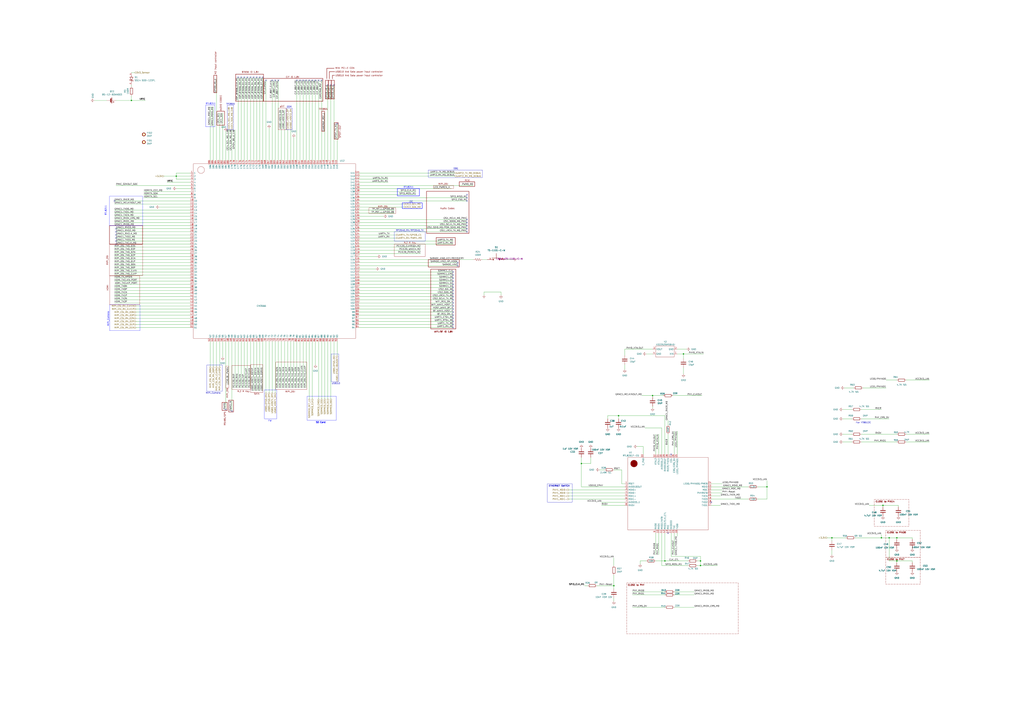
<source format=kicad_sch>
(kicad_sch (version 20231120) (generator "eeschema") (generator_version "8.0")
  (paper "A1")
  (junction (at 736.6 461.01))
  (junction (at 683.26 441.96))
  (junction (at 561.34 290.83))
  (junction (at 723.9 441.96))
  (junction (at 736.6 441.96))
  (junction (at 575.31 461.01))
  (junction (at 535.94 325.12))
  (junction (at 575.31 464.82))
  (junction (at 504.19 481.33))
  (junction (at 629.92 400.05))
  (junction (at 730.25 441.96))
  (junction (at 508 341.63))
  (junction (at 725.17 415.29))
  (junction (at 144.78 144.78))
  (junction (at 107.95 82.55))
  (junction (at 546.1 461.01))
  (junction (at 477.52 381))
  (no_connect (at 259.08 66.04))
  (no_connect (at 383.54 165.1))
  (no_connect (at 372.11 238.76))
  (no_connect (at 269.24 69.85))
  (no_connect (at 243.84 66.04))
  (no_connect (at 254 66.04))
  (no_connect (at 372.11 259.08))
  (no_connect (at 264.16 66.04))
  (no_connect (at 200.66 63.5))
  (no_connect (at 372.11 228.6))
  (no_connect (at 375.92 215.9))
  (no_connect (at 226.06 66.04))
  (no_connect (at 213.36 63.5))
  (no_connect (at 372.11 243.84))
  (no_connect (at 205.74 63.5))
  (no_connect (at 95.25 187.96))
  (no_connect (at 372.11 241.3))
  (no_connect (at 372.11 248.92))
  (no_connect (at 372.11 231.14))
  (no_connect (at 198.12 63.5))
  (no_connect (at 210.82 63.5))
  (no_connect (at 190.5 337.82))
  (no_connect (at 95.25 195.58))
  (no_connect (at 383.54 190.5))
  (no_connect (at 372.11 246.38))
  (no_connect (at 228.6 66.04))
  (no_connect (at 372.11 236.22))
  (no_connect (at 261.62 66.04))
  (no_connect (at 548.64 438.15))
  (no_connect (at 251.46 66.04))
  (no_connect (at 372.11 264.16))
  (no_connect (at 271.78 69.85))
  (no_connect (at 372.11 256.54))
  (no_connect (at 246.38 66.04))
  (no_connect (at 95.25 200.66))
  (no_connect (at 248.92 66.04))
  (no_connect (at 274.32 69.85))
  (no_connect (at 95.25 198.12))
  (no_connect (at 372.11 269.24))
  (no_connect (at 372.11 233.68))
  (no_connect (at 185.42 336.55))
  (no_connect (at 208.28 63.5))
  (no_connect (at 372.11 254))
  (no_connect (at 383.54 162.56))
  (no_connect (at 95.25 193.04))
  (no_connect (at 383.54 180.34))
  (no_connect (at 584.2 412.75))
  (no_connect (at 383.54 182.88))
  (no_connect (at 372.11 251.46))
  (no_connect (at 372.11 223.52))
  (no_connect (at 372.11 226.06))
  (no_connect (at 218.44 66.04))
  (no_connect (at 383.54 160.02))
  (no_connect (at 372.11 266.7))
  (no_connect (at 195.58 63.5))
  (no_connect (at 276.86 101.6))
  (no_connect (at 215.9 63.5))
  (no_connect (at 372.11 261.62))
  (no_connect (at 375.92 218.44))
  (no_connect (at 223.52 66.04))
  (no_connect (at 93.98 165.1))
  (no_connect (at 256.54 66.04))
  (no_connect (at 383.54 187.96))
  (no_connect (at 203.2 63.5))
  (no_connect (at 551.18 373.38))
  (no_connect (at 95.25 190.5))
  (no_connect (at 383.54 185.42))
  (wire (pts (xy 264.16 66.04) (xy 264.16 132.08)))
  (wire (pts (xy 294.64 243.84) (xy 372.11 243.84)))
  (wire (pts (xy 198.1176 63.6814) (xy 198.1176 73.66)))
  (wire (pts (xy 231.14 280.67) (xy 231.14 318.77)))
  (wire (pts (xy 561.34 307.34) (xy 561.34 302.26)))
  (wire (pts (xy 294.64 167.64) (xy 331.47 167.64)))
  (wire (pts (xy 111.76 256.54) (xy 156.21 256.54)))
  (wire (pts (xy 294.64 254) (xy 372.11 254)))
  (wire (pts (xy 95.25 198.12) (xy 156.21 198.12)))
  (wire (pts (xy 480.06 481.33) (xy 482.6 481.33)))
  (wire (pts (xy 504.19 458.47) (xy 504.19 464.82)))
  (wire (pts (xy 137.16 149.86) (xy 156.21 149.86)))
  (wire (pts (xy 226.06 322.58) (xy 226.06 280.67)))
  (wire (pts (xy 243.84 66.04) (xy 243.84 132.08)))
  (wire (pts (xy 622.3 410.21) (xy 629.92 410.21)))
  (wire (pts (xy 251.46 280.67) (xy 251.46 318.77)))
  (wire (pts (xy 494.03 412.75) (xy 513.08 412.75)))
  (wire (pts (xy 510.54 397.51) (xy 510.54 386.08)))
  (wire (pts (xy 294.64 266.7) (xy 372.11 266.7)))
  (wire (pts (xy 93.98 241.3) (xy 156.21 241.3)))
  (wire (pts (xy 584.2 407.67) (xy 591.82 407.67)))
  (wire (pts (xy 276.86 101.6) (xy 276.86 132.08)))
  (wire (pts (xy 93.98 246.38) (xy 156.21 246.38)))
  (wire (pts (xy 383.54 190.5) (xy 294.64 190.5)))
  (wire (pts (xy 205.74 318.77) (xy 205.74 280.67)))
  (wire (pts (xy 251.46 66.04) (xy 251.46 132.08)))
  (wire (pts (xy 210.8176 67.31) (xy 210.82 67.31)))
  (polyline (pts (xy 268.4536 56.1767) (xy 274.4433 56.1745)) (stroke (width 0.3048) (color 132 0 0 1)))
  (wire (pts (xy 535.94 325.12) (xy 544.83 325.12)))
  (wire (pts (xy 203.1976 63.6814) (xy 203.1976 71.12)))
  (wire (pts (xy 223.52 66.04) (xy 223.52 132.08)))
  (wire (pts (xy 490.22 481.33) (xy 504.19 481.33)))
  (wire (pts (xy 198.1176 73.66) (xy 198.12 73.66)))
  (wire (pts (xy 228.6 66.04) (xy 228.6 132.08)))
  (wire (pts (xy 529.59 351.79) (xy 543.56 351.79)))
  (wire (pts (xy 629.92 400.05) (xy 629.92 410.21)))
  (wire (pts (xy 723.9 336.55) (xy 707.39 336.55)))
  (wire (pts (xy 96.52 238.7582) (xy 96.52 238.76)))
  (wire (pts (xy 111.76 266.7) (xy 156.21 266.7)))
  (wire (pts (xy 575.31 464.82) (xy 589.28 464.82)))
  (wire (pts (xy 477.52 400.05) (xy 513.08 400.05)))
  (wire (pts (xy 736.6 441.96) (xy 749.3 441.96)))
  (wire (pts (xy 467.36 405.13) (xy 513.08 405.13)))
  (wire (pts (xy 236.22 106.68) (xy 236.22 132.08)))
  (wire (pts (xy 294.64 193.04) (xy 325.12 193.04)))
  (wire (pts (xy 591.82 415.29) (xy 584.2 415.29)))
  (wire (pts (xy 236.22 280.67) (xy 236.22 318.77)))
  (wire (pts (xy 708.66 318.77) (xy 727.71 318.77)))
  (wire (pts (xy 294.64 154.94) (xy 370.84 154.94)))
  (wire (pts (xy 485.14 381) (xy 477.52 381)))
  (wire (pts (xy 504.19 481.33) (xy 504.19 472.44)))
  (wire (pts (xy 397.51 240.03) (xy 411.48 240.03)))
  (wire (pts (xy 205.7376 63.6814) (xy 205.7376 69.85)))
  (wire (pts (xy 93.98 182.88) (xy 156.21 182.88)))
  (wire (pts (xy 269.24 69.85) (xy 269.24 132.08)))
  (wire (pts (xy 93.98 167.64) (xy 156.21 167.64)))
  (wire (pts (xy 341.63 157.48) (xy 294.64 157.48)))
  (wire (pts (xy 177.8 300.99) (xy 177.8 280.67)))
  (wire (pts (xy 528.32 373.38) (xy 528.32 367.03)))
  (wire (pts (xy 584.2 397.51) (xy 593.09 397.51)))
  (wire (pts (xy 553.72 488.95) (xy 570.23 488.95)))
  (wire (pts (xy 96.52 238.76) (xy 156.21 238.76)))
  (wire (pts (xy 730.25 441.96) (xy 736.6 441.96)))
  (wire (pts (xy 248.92 280.67) (xy 248.92 318.77)))
  (wire (pts (xy 274.32 69.85) (xy 274.32 132.08)))
  (wire (pts (xy 144.78 142.24) (xy 156.21 142.24)))
  (wire (pts (xy 274.32 280.67) (xy 274.32 292.1)))
  (wire (pts (xy 228.6 280.67) (xy 228.6 318.77)))
  (wire (pts (xy 725.17 415.29) (xy 737.87 415.29)))
  (wire (pts (xy 584.2 402.59) (xy 593.09 402.59)))
  (wire (pts (xy 93.98 203.2) (xy 156.21 203.2)))
  (wire (pts (xy 93.98 220.98) (xy 156.21 220.98)))
  (wire (pts (xy 93.98 218.44) (xy 156.21 218.44)))
  (wire (pts (xy 215.8976 64.77) (xy 215.9 64.77)))
  (wire (pts (xy 467.36 402.59) (xy 513.08 402.59)))
  (wire (pts (xy 415.29 213.36) (xy 421.64 213.36)))
  (wire (pts (xy 584.2 410.21) (xy 614.68 410.21)))
  (wire (pts (xy 95.25 190.5) (xy 156.21 190.5)))
  (wire (pts (xy 683.26 441.96) (xy 683.26 444.5)))
  (polyline (pts (xy 270.51 58.9457) (xy 274.9065 58.9457)) (stroke (width 0.3048) (color 132 0 0 1)))
  (wire (pts (xy 749.3 441.96) (xy 749.3 443.23)))
  (wire (pts (xy 679.45 441.96) (xy 683.26 441.96)))
  (wire (pts (xy 546.1 438.15) (xy 546.1 461.01)))
  (wire (pts (xy 243.84 280.67) (xy 243.84 318.77)))
  (wire (pts (xy 492.2876 386.08) (xy 496.57 386.08)))
  (wire (pts (xy 220.98 105.41) (xy 220.98 132.08)))
  (wire (pts (xy 546.1 461.01) (xy 565.15 461.01)))
  (wire (pts (xy 584.2 400.05) (xy 614.68 400.05)))
  (wire (pts (xy 736.6 461.01) (xy 749.3 461.01)))
  (wire (pts (xy 110.49 59.69) (xy 107.95 59.69)))
  (wire (pts (xy 556.26 354.33) (xy 556.26 373.38)))
  (wire (pts (xy 93.98 248.92) (xy 156.21 248.92)))
  (wire (pts (xy 543.56 464.82) (xy 565.15 464.82)))
  (wire (pts (xy 205.74 69.85) (xy 205.74 132.08)))
  (wire (pts (xy 730.25 344.17) (xy 707.39 344.17)))
  (wire (pts (xy 215.9 280.67) (xy 215.9 321.31)))
  (wire (pts (xy 513.08 287.02) (xy 535.94 287.02)))
  (wire (pts (xy 538.48 356.87) (xy 538.48 373.38)))
  (wire (pts (xy 182.88 92.71) (xy 182.88 132.08)))
  (wire (pts (xy 723.9 441.96) (xy 723.9 439.42)))
  (wire (pts (xy 397.51 242.57) (xy 397.51 240.03)))
  (wire (pts (xy 519.43 486.41) (xy 546.1 486.41)))
  (wire (pts (xy 93.98 175.26) (xy 156.21 175.26)))
  (wire (pts (xy 294.64 220.98) (xy 308.61 220.98)))
  (wire (pts (xy 193.04 318.77) (xy 193.04 280.67)))
  (wire (pts (xy 467.36 410.21) (xy 513.08 410.21)))
  (wire (pts (xy 535.94 335.28) (xy 535.94 334.01)))
  (wire (pts (xy 77.47 82.55) (xy 87.63 82.55)))
  (wire (pts (xy 294.64 213.36) (xy 388.62 213.36)))
  (wire (pts (xy 118.11 160.02) (xy 156.21 160.02)))
  (wire (pts (xy 543.56 438.15) (xy 543.56 464.82)))
  (wire (pts (xy 172.72 300.99) (xy 172.72 280.67)))
  (wire (pts (xy 93.98 177.8) (xy 156.21 177.8)))
  (wire (pts (xy 223.52 322.58) (xy 223.52 280.67)))
  (wire (pts (xy 572.77 461.01) (xy 575.31 461.01)))
  (wire (pts (xy 203.1976 71.12) (xy 203.2 71.12)))
  (wire (pts (xy 294.64 185.42) (xy 383.54 185.42)))
  (wire (pts (xy 261.62 66.04) (xy 261.62 132.08)))
  (wire (pts (xy 111.76 269.24) (xy 156.21 269.24)))
  (wire (pts (xy 530.86 290.83) (xy 535.94 290.83)))
  (wire (pts (xy 683.26 452.12) (xy 683.26 455.93)))
  (wire (pts (xy 269.24 280.67) (xy 269.24 327.66)))
  (wire (pts (xy 93.98 238.76) (xy 95.25 238.76)))
  (wire (pts (xy 294.64 236.22) (xy 372.11 236.22)))
  (wire (pts (xy 294.64 200.66) (xy 372.11 200.66)))
  (wire (pts (xy 254 280.67) (xy 254 327.66)))
  (wire (pts (xy 93.98 236.22) (xy 156.21 236.22)))
  (wire (pts (xy 246.38 66.04) (xy 246.38 132.08)))
  (wire (pts (xy 226.06 66.04) (xy 226.06 132.08)))
  (wire (pts (xy 477.52 400.05) (xy 477.52 381)))
  (wire (pts (xy 727.71 312.42) (xy 736.6 312.42)))
  (wire (pts (xy 93.98 180.34) (xy 156.21 180.34)))
  (wire (pts (xy 187.96 106.68) (xy 187.96 132.08)))
  (wire (pts (xy 294.64 177.8) (xy 314.96 177.8)))
  (wire (pts (xy 499.11 341.63) (xy 499.11 344.17)))
  (wire (pts (xy 538.48 461.01) (xy 546.1 461.01)))
  (wire (pts (xy 702.31 441.96) (xy 723.9 441.96)))
  (wire (pts (xy 294.64 210.82) (xy 309.88 210.82)))
  (wire (pts (xy 259.08 66.04) (xy 259.08 132.08)))
  (wire (pts (xy 144.78 147.32) (xy 156.21 147.32)))
  (wire (pts (xy 622.3 400.05) (xy 629.92 400.05)))
  (wire (pts (xy 111.76 261.62) (xy 156.21 261.62)))
  (wire (pts (xy 294.64 172.72) (xy 323.85 172.72)))
  (polyline (pts (xy 270.51 64.77) (xy 270.51 58.9457)) (stroke (width 0.3048) (color 132 0 0 1)))
  (wire (pts (xy 713.74 415.29) (xy 725.17 415.29)))
  (wire (pts (xy 504.19 481.33) (xy 504.19 483.87)))
  (wire (pts (xy 182.88 280.67) (xy 182.88 293.37)))
  (wire (pts (xy 504.19 491.49) (xy 504.19 494.03)))
  (wire (pts (xy 556.26 440.69) (xy 556.26 438.15)))
  (wire (pts (xy 513.08 292.1) (xy 513.08 287.02)))
  (wire (pts (xy 130.81 170.18) (xy 156.21 170.18)))
  (wire (pts (xy 180.34 92.71) (xy 180.34 132.08)))
  (wire (pts (xy 494.03 415.29) (xy 513.08 415.29)))
  (wire (pts (xy 187.96 280.67) (xy 187.96 316.23)))
  (wire (pts (xy 213.36 280.67) (xy 213.36 321.31)))
  (wire (pts (xy 692.15 344.17) (xy 699.77 344.17)))
  (wire (pts (xy 548.64 356.87) (xy 548.64 373.38)))
  (wire (pts (xy 513.08 397.51) (xy 510.54 397.51)))
  (wire (pts (xy 95.25 187.96) (xy 156.21 187.96)))
  (wire (pts (xy 208.2776 68.58) (xy 208.28 68.58)))
  (wire (pts (xy 271.78 69.85) (xy 271.78 132.08)))
  (wire (pts (xy 93.98 223.52) (xy 156.21 223.52)))
  (wire (pts (xy 195.58 318.77) (xy 195.58 280.67)))
  (wire (pts (xy 93.98 231.14) (xy 156.21 231.14)))
  (wire (pts (xy 119.38 82.55) (xy 107.95 82.55)))
  (wire (pts (xy 723.9 441.96) (xy 730.25 441.96)))
  (wire (pts (xy 111.76 251.46) (xy 156.21 251.46)))
  (wire (pts (xy 256.54 66.04) (xy 256.54 132.08)))
  (wire (pts (xy 525.78 463.55) (xy 525.78 461.01)))
  (wire (pts (xy 95.25 238.76) (xy 96.52 238.7582)))
  (wire (pts (xy 93.98 226.06) (xy 156.21 226.06)))
  (wire (pts (xy 208.2776 63.6814) (xy 208.2776 68.58)))
  (wire (pts (xy 553.72 486.41) (xy 570.23 486.41)))
  (wire (pts (xy 261.62 280.67) (xy 261.62 327.66)))
  (wire (pts (xy 100.33 233.68) (xy 156.21 233.68)))
  (wire (pts (xy 553.72 354.33) (xy 553.72 373.38)))
  (wire (pts (xy 294.64 251.46) (xy 372.11 251.46)))
  (wire (pts (xy 736.6 441.96) (xy 736.6 443.23)))
  (polyline (pts (xy 273.05 64.77) (xy 273.05 61.9688)) (stroke (width 0.3048) (color 132 0 0 1)))
  (wire (pts (xy 144.78 154.94) (xy 156.21 154.94)))
  (wire (pts (xy 233.68 280.67) (xy 233.68 318.77)))
  (wire (pts (xy 111.76 259.08) (xy 156.21 259.08)))
  (wire (pts (xy 208.28 68.58) (xy 208.28 132.08)))
  (wire (pts (xy 629.92 394.97) (xy 629.92 400.05)))
  (wire (pts (xy 749.3 461.01) (xy 749.3 462.28)))
  (wire (pts (xy 172.72 87.63) (xy 172.72 132.08)))
  (wire (pts (xy 118.11 157.48) (xy 156.21 157.48)))
  (wire (pts (xy 763.27 363.22) (xy 744.22 363.22)))
  (wire (pts (xy 575.31 461.01) (xy 575.31 464.82)))
  (wire (pts (xy 241.3 280.67) (xy 241.3 318.77)))
  (wire (pts (xy 294.64 233.68) (xy 372.11 233.68)))
  (wire (pts (xy 523.24 367.03) (xy 528.32 367.03)))
  (wire (pts (xy 294.64 238.76) (xy 372.11 238.76)))
  (wire (pts (xy 256.54 280.67) (xy 256.54 327.66)))
  (wire (pts (xy 238.76 106.68) (xy 238.76 132.08)))
  (wire (pts (xy 499.11 341.63) (xy 508 341.63)))
  (wire (pts (xy 294.64 152.4) (xy 388.62 152.4)))
  (wire (pts (xy 185.42 280.67) (xy 185.42 336.55)))
  (wire (pts (xy 144.78 144.78) (xy 144.78 147.32)))
  (wire (pts (xy 93.98 210.82) (xy 156.21 210.82)))
  (wire (pts (xy 294.64 180.34) (xy 383.54 180.34)))
  (polyline (pts (xy 268.4557 64.6783) (xy 268.4536 56.1767)) (stroke (width 0.3048) (color 132 0 0 1)))
  (wire (pts (xy 345.44 205.74) (xy 294.64 205.74)))
  (wire (pts (xy 725.17 415.29) (xy 725.17 416.56)))
  (wire (pts (xy 200.6576 72.39) (xy 200.66 72.39)))
  (wire (pts (xy 93.98 213.36) (xy 156.21 213.36)))
  (wire (pts (xy 693.42 318.77) (xy 701.04 318.77)))
  (wire (pts (xy 175.26 300.99) (xy 175.26 280.67)))
  (wire (pts (xy 707.39 356.87) (xy 736.6 356.87)))
  (wire (pts (xy 692.15 363.22) (xy 699.77 363.22)))
  (wire (pts (xy 246.38 280.67) (xy 246.38 318.77)))
  (wire (pts (xy 185.42 107.95) (xy 185.42 132.08)))
  (wire (pts (xy 276.86 292.1) (xy 276.86 280.67)))
  (wire (pts (xy 175.26 87.63) (xy 175.26 132.08)))
  (wire (pts (xy 144.78 144.78) (xy 144.78 142.24)))
  (wire (pts (xy 95.25 152.4) (xy 156.21 152.4)))
  (wire (pts (xy 510.54 386.08) (xy 504.19 386.08)))
  (wire (pts (xy 241.3 113.03) (xy 241.3 132.08)))
  (wire (pts (xy 266.7 92.71) (xy 266.7 132.08)))
  (wire (pts (xy 294.64 175.26) (xy 323.85 175.26)))
  (wire (pts (xy 730.25 461.01) (xy 736.6 461.01)))
  (wire (pts (xy 259.08 280.67) (xy 259.08 299.72)))
  (wire (pts (xy 215.9 64.77) (xy 215.9 132.08)))
  (wire (pts (xy 190.5 280.67) (xy 190.5 337.82)))
  (wire (pts (xy 345.44 203.2) (xy 294.64 203.2)))
  (wire (pts (xy 527.05 325.12) (xy 535.94 325.12)))
  (wire (pts (xy 692.15 356.87) (xy 699.77 356.87)))
  (wire (pts (xy 553.72 499.11) (xy 570.23 499.11)))
  (wire (pts (xy 180.34 300.99) (xy 180.34 280.67)))
  (wire (pts (xy 266.7 280.67) (xy 266.7 327.66)))
  (wire (pts (xy 205.7376 69.85) (xy 205.74 69.85)))
  (wire (pts (xy 513.08 303.53) (xy 513.08 299.72)))
  (wire (pts (xy 396.24 213.36) (xy 400.05 213.36)))
  (wire (pts (xy 233.68 90.17) (xy 233.68 132.08)))
  (wire (pts (xy 93.98 165.1) (xy 156.21 165.1)))
  (wire (pts (xy 195.58 63.5) (xy 195.58 132.08)))
  (wire (pts (xy 294.64 198.12) (xy 372.11 198.12)))
  (wire (pts (xy 763.27 356.87) (xy 744.22 356.87)))
  (wire (pts (xy 294.64 256.54) (xy 372.11 256.54)))
  (wire (pts (xy 203.2 318.77) (xy 203.2 280.67)))
  (wire (pts (xy 294.64 195.58) (xy 325.12 195.58)))
  (wire (pts (xy 111.76 254) (xy 156.21 254)))
  (wire (pts (xy 220.98 322.58) (xy 220.98 280.67)))
  (wire (pts (xy 576.58 325.12) (xy 552.45 325.12)))
  (wire (pts (xy 519.43 488.95) (xy 546.1 488.95)))
  (wire (pts (xy 210.82 67.31) (xy 210.82 132.08)))
  (wire (pts (xy 318.77 149.86) (xy 294.64 149.86)))
  (wire (pts (xy 215.8976 63.6814) (xy 215.8976 64.77)))
  (wire (pts (xy 294.64 226.06) (xy 372.11 226.06)))
  (wire (pts (xy 93.98 228.6) (xy 156.21 228.6)))
  (wire (pts (xy 707.39 363.22) (xy 736.6 363.22)))
  (wire (pts (xy 95.25 193.04) (xy 156.21 193.04)))
  (wire (pts (xy 118.11 162.56) (xy 156.21 162.56)))
  (wire (pts (xy 692.15 336.55) (xy 699.77 336.55)))
  (wire (pts (xy 294.64 241.3) (xy 372.11 241.3)))
  (wire (pts (xy 563.88 287.02) (xy 556.26 287.02)))
  (wire (pts (xy 218.44 66.04) (xy 218.44 132.08)))
  (wire (pts (xy 548.64 345.44) (xy 548.64 349.25)))
  (wire (pts (xy 107.95 71.12) (xy 107.95 69.85)))
  (wire (pts (xy 198.12 318.77) (xy 198.12 280.67)))
  (wire (pts (xy 134.62 144.78) (xy 144.78 144.78)))
  (wire (pts (xy 737.87 415.29) (xy 737.87 416.56)))
  (wire (pts (xy 551.18 457.2) (xy 575.31 457.2)))
  (wire (pts (xy 744.22 312.42) (xy 763.27 312.42)))
  (wire (pts (xy 294.64 228.6) (xy 372.11 228.6)))
  (wire (pts (xy 561.34 290.83) (xy 556.26 290.83)))
  (wire (pts (xy 345.44 208.28) (xy 294.64 208.28)))
  (wire (pts (xy 294.64 246.38) (xy 372.11 246.38)))
  (wire (pts (xy 525.78 461.01) (xy 530.86 461.01)))
  (wire (pts (xy 411.48 240.03) (xy 411.48 242.57)))
  (wire (pts (xy 294.64 182.88) (xy 383.54 182.88)))
  (wire (pts (xy 93.98 215.9) (xy 156.21 215.9)))
  (wire (pts (xy 294.64 264.16) (xy 372.11 264.16)))
  (wire (pts (xy 584.2 405.13) (xy 593.09 405.13)))
  (wire (pts (xy 294.64 187.96) (xy 383.54 187.96)))
  (wire (pts (xy 383.54 162.56) (xy 294.64 162.56)))
  (wire (pts (xy 553.72 438.15) (xy 553.72 455.93)))
  (wire (pts (xy 198.12 73.66) (xy 198.12 132.08)))
  (wire (pts (xy 294.64 269.24) (xy 372.11 269.24)))
  (wire (pts (xy 730.25 441.96) (xy 730.25 461.01)))
  (wire (pts (xy 736.6 461.01) (xy 736.6 462.28)))
  (wire (pts (xy 543.56 351.79) (xy 543.56 373.38)))
  (wire (pts (xy 95.25 82.55) (xy 107.95 82.55)))
  (wire (pts (xy 683.26 441.96) (xy 694.69 441.96)))
  (wire (pts (xy 107.95 82.55) (xy 107.95 78.74)))
  (wire (pts (xy 538.48 438.15) (xy 538.48 455.93)))
  (wire (pts (xy 318.77 147.32) (xy 294.64 147.32)))
  (wire (pts (xy 561.34 290.83) (xy 577.85 290.83)))
  (wire (pts (xy 508 341.63) (xy 508 344.17)))
  (wire (pts (xy 271.78 280.67) (xy 271.78 327.66)))
  (wire (pts (xy 144.78 144.78) (xy 156.21 144.78)))
  (wire (pts (xy 575.31 457.2) (xy 575.31 461.01)))
  (wire (pts (xy 294.64 223.52) (xy 372.11 223.52)))
  (wire (pts (xy 535.94 325.12) (xy 535.94 326.39)))
  (wire (pts (xy 294.64 144.78) (xy 373.38 144.78)))
  (wire (pts (xy 213.36 63.5) (xy 213.36 132.08)))
  (wire (pts (xy 294.64 215.9) (xy 375.92 215.9)))
  (wire (pts (xy 111.76 264.16) (xy 156.21 264.16)))
  (wire (pts (xy 93.98 243.84) (xy 156.21 243.84)))
  (wire (pts (xy 210.8176 63.6814) (xy 210.8176 67.31)))
  (wire (pts (xy 467.36 407.67) (xy 513.08 407.67)))
  (wire (pts (xy 218.44 322.58) (xy 218.44 280.67)))
  (wire (pts (xy 93.98 208.28) (xy 156.21 208.28)))
  (wire (pts (xy 231.14 90.17) (xy 231.14 132.08)))
  (wire (pts (xy 341.63 160.02) (xy 294.64 160.02)))
  (wire (pts (xy 95.25 195.58) (xy 156.21 195.58)))
  (wire (pts (xy 383.54 165.1) (xy 294.64 165.1)))
  (wire (pts (xy 572.77 464.82) (xy 575.31 464.82)))
  (wire (pts (xy 294.64 142.24) (xy 373.38 142.24)))
  (wire (pts (xy 508 341.63) (xy 546.1 341.63)))
  (wire (pts (xy 541.02 356.87) (xy 541.02 373.38)))
  (wire (pts (xy 94.1694 233.6818) (xy 100.33 233.68)))
  (wire (pts (xy 210.82 280.67) (xy 210.82 321.31)))
  (wire (pts (xy 264.16 280.67) (xy 264.16 327.66)))
  (wire (pts (xy 294.64 231.14) (xy 372.11 231.14)))
  (wire (pts (xy 561.34 294.64) (xy 561.34 290.83)))
  (wire (pts (xy 190.5 106.68) (xy 190.5 132.08)))
  (polyline (pts (xy 273.05 61.9688) (xy 274.8259 61.9688)) (stroke (width 0.3048) (color 132 0 0 1)))
  (wire (pts (xy 519.43 499.11) (xy 546.1 499.11)))
  (wire (pts (xy 177.8 64.77) (xy 177.8 132.08)))
  (wire (pts (xy 248.92 66.04) (xy 248.92 132.08)))
  (wire (pts (xy 93.98 172.72) (xy 156.21 172.72)))
  (wire (pts (xy 203.2 71.12) (xy 203.2 132.08)))
  (wire (pts (xy 551.18 438.15) (xy 551.18 457.2)))
  (wire (pts (xy 95.25 200.66) (xy 156.21 200.66)))
  (wire (pts (xy 477.52 381) (xy 477.52 375.92)))
  (wire (pts (xy 200.66 72.39) (xy 200.66 132.08)))
  (wire (pts (xy 200.66 318.77) (xy 200.66 280.67)))
  (wire (pts (xy 294.64 170.18) (xy 331.47 170.18)))
  (wire (pts (xy 294.64 248.92) (xy 372.11 248.92)))
  (wire (pts (xy 254 66.04) (xy 254 132.08)))
  (wire (pts (xy 200.6576 63.6814) (xy 200.6576 72.39)))
  (wire (pts (xy 238.76 280.67) (xy 238.76 318.77)))
  (wire (pts (xy 485.14 375.92) (xy 485.14 381)))
  (wire (pts (xy 208.28 280.67) (xy 208.28 321.31)))
  (wire (pts (xy 294.64 261.62) (xy 372.11 261.62)))
  (wire (pts (xy 193.04 106.68) (xy 193.04 132.08)))
  (wire (pts (xy 294.64 259.08) (xy 372.11 259.08)))
  (wire (pts (xy 294.64 218.44) (xy 375.92 218.44)))
  (wire (pts (xy 93.98 185.42) (xy 156.21 185.42)))
  (wire (pts (xy 93.98 205.74) (xy 156.21 205.74)))
  (wire (pts (xy 546.1 341.63) (xy 546.1 373.38)))
  (wire (pts (xy 541.02 438.15) (xy 541.02 455.93)))
  (rectangle (start 185.42 300.99) (end 187.96 318.77) (stroke (width 0) (color 132 0 0 1)))
  (rectangle (start 323.85 190.5) (end 349.25 198.12))
  (rectangle (start 264.2406 91.44) (end 266.5266 107.95) (stroke (width 0.3048) (color 132 0 0 1)))
  (rectangle (start 90.0468 226.6787) (end 114.7389 250.4558) (stroke (width 0) (color 132 0 0 1)))
  (rectangle (start 191.77 332.74) (end 191.77 332.74))
  (rectangle (start 217.17 320.3469) (end 227.33 344.17) (stroke (width 0) (color 0 0 255 1)))
  (rectangle (start 182.3829 330.6796) (end 186.69 337.2836) (stroke (width 0.3048) (color 132 0 0 1)))
  (rectangle (start 269.7136 66.0423) (end 272.0735 81.28) (stroke (width 0.3048) (color 132 0 0 1)))
  (rectangle (start 330.3899 166.6895) (end 346.71 171.355) (stroke (width 0.3048) (color 0 0 255 1)))
  (rectangle (start 323.85 200.66) (end 349.25 210.82) (stroke (width 0) (color 132 0 0 1)))
  (rectangle (start 274.4938 100.9036) (end 277.7958 114.3) (stroke (width 0.3048) (color 132 0 0 1)))
  (rectangle (start 186.69 86.36) (end 191.77 106.68))
  (rectangle (start 168.91 86.36) (end 176.53 104.14) (stroke (width 0) (color 0 0 255 1)))
  (rectangle (start 169.8744 299.9582) (end 182.5744 321.5482))
  (rectangle (start 377.1834 149.418) (end 389.89 153.228) (stroke (width 0.3048) (color 132 0 0 1)))
  (rectangle (start 89.9885 250.3923) (end 114.9765 271.78) (stroke (width 0) (color 0 0 255 1)))
  (rectangle (start 351.79 139.7) (end 396.24 145.8695))
  (rectangle (start 303.0133 170.8043) (end 325.12 175.4698) (stroke (width 0) (color 132 0 0 1)))
  (rectangle (start 216.405 64.4536) (end 265.1887 83.2496) (stroke (width 0.3048) (color 132 0 0 1)))
  (rectangle (start 226.5064 297.6678) (end 252.1018 320.0198) (stroke (width 0) (color 132 0 0 1)))
  (rectangle (start 353.822 221.234) (end 374.396 270.256) (stroke (width 0.3048) (color 132 0 0 1)))
  (rectangle (start 234.95 88.9) (end 240.03 106.68))
  (rectangle (start 267.2494 66.04) (end 269.6897 81.28) (stroke (width 0.3048) (color 132 0 0 1)))
  (rectangle (start 187.7697 328.93) (end 191.77 338.517) (stroke (width 0.3048) (color 132 0 0 1)))
  (rectangle (start 356.0264 152.4) (end 372.4721 154.94) (stroke (width 0) (color 132 0 0 1)))
  (rectangle (start 89.9249 201.067) (end 117.0884 226.5855) (stroke (width 0) (color 132 0 0 1)))
  (rectangle (start 351.79 213.36) (end 377.19 219.4779) (stroke (width 0.3048) (color 132 0 0 1)))
  (rectangle (start 89.9273 185.4101) (end 117.1053 200.66) (stroke (width 0.3048) (color 132 0 0 1)))
  (rectangle (start 358.193 195.2782) (end 373.913 201.3961) (stroke (width 0.3048) (color 132 0 0 1)))
  (rectangle (start 193.5456 60.96) (end 216.4056 83.2625) (stroke (width 0.3048) (color 132 0 0 1)))
  (rectangle (start 350.2808 157.2433) (end 385.1674 191.77) (stroke (width 0.3048) (color 132 0 0 1)))
  (rectangle (start 190.5029 300.2878) (end 205.7429 320.04) (stroke (width 0) (color 132 0 0 1)))
  (rectangle (start 205.74 299.72) (end 215.9 322.58) (stroke (width 0) (color 132 0 0 1)))
  (rectangle (start 89.916 161.29) (end 117.094 185.42) (stroke (width 0) (color 0 0 255 1)))
  (rectangle (start 272.1234 66.04) (end 274.6634 81.28) (stroke (width 0.3048) (color 132 0 0 1)))
  (rectangle (start 175.6079 61.8174) (end 178.0667 76.2037) (stroke (width 0.3048) (color 132 0 0 1)))
  (rectangle (start 252.1577 325.6741) (end 276.2234 345.3702) (stroke (width 0) (color 0 0 255 1)))
  (rectangle (start 228.6 88.9) (end 234.95 106.68) (stroke (width 0) (color 132 0 0 1)))
  (rectangle (start 272.0591 290.83) (end 278.13 313.69))
  (rectangle (start 178.1026 91.44) (end 184.429 102.87) (stroke (width 0.3048) (color 132 0 0 1)))
  (rectangle (start 326.39 154.94) (end 344.4734 160.9879) (stroke (width 0.3048) (color 0 0 255 1)))
  (text_box "CLOSE to PIN30\n\n" (at 727.456 435.864 0) (size 28.448 22.098) (stroke (width 0) (type dash) (color 132 0 0 1)) (effects (font (size 1.27 1.27) (thickness 0.254) (bold yes)) (justify left top)))
  (text_box "CLOSE to PHY\n\n\n\n\n" (at 514.604 479.044 0) (size 91.694 41.91) (stroke (width 0) (type dash) (color 132 0 0 1)) (effects (font (size 1.27 1.27) (thickness 0.254) (bold yes)) (justify left top)))
  (text_box "CLOSE to PIN7\n\n\n" (at 727.456 457.962 0) (size 28.448 22.098) (stroke (width 0) (type dash) (color 132 0 0 1)) (effects (font (size 1.27 1.27) (thickness 0.254) (bold yes)) (justify left top)))
  (text_box "CLOSE to PIN14\n\n\n" (at 718.058 410.464 0) (size 28.448 22.098) (stroke (width 0) (type dash) (color 132 0 0 1)) (effects (font (size 1.27 1.27) (thickness 0.254) (bold yes)) (justify left top)))
  (text_box "ETHERNET SWITCH\n" (at 449.58 397.51 0) (size 20.32 15.24) (effects (font (size 1.27 1.27) (bold yes)) (justify left top)))
  (text "PCIE\n" (at 383.794 148.59 0) (effects (font (size 1.27 1.27))))
  (text "MIPI_Camera\n" (at 88.9 262.128 90) (effects (font (size 1.27 1.27))))
  (text "WIFI/BT IO 1.8V\n" (at 364.236 272.796 0) (effects (font (size 1.27 1.27) (thickness 0.254) (bold yes))))
  (text "RTL8211" (at 335.534 153.924 0) (effects (font (size 1.27 1.27))))
  (text "TP2855\n\n" (at 189.23 86.614 0) (effects (font (size 1.27 1.27))))
  (text "M.2 M Key" (at 336.55 199.644 0) (effects (font (size 1.27 1.27))))
  (text "CIF IO 1.8V\n" (at 240.284 63.5 0) (effects (font (size 1.27 1.27))))
  (text "RTL8211\n" (at 172.974 85.344 0) (effects (font (size 1.27 1.27))))
  (text "RP2040_RX/RP2040_TX\n" (at 336.55 189.484 0) (effects (font (size 1.27 1.27))))
  (text "BT656 IO 1.8V" (at 205.486 59.436 0) (effects (font (size 1.27 1.27))))
  (text "MIPI_DSI" (at 186.69 323.088 90) (effects (font (size 1.27 1.27))))
  (text "SATA" (at 210.82 323.85 0) (effects (font (size 1.27 1.27))))
  (text "USB3.0 And Sata power input controller\n\n" (at 294.894 63.246 0) (effects (font (size 1.27 1.27))))
  (text "AUDIO CODEC" (at 181.356 84.836 90) (effects (font (size 1.27 1.27))))
  (text "MIPI_DSI\n" (at 88.138 213.868 90) (effects (font (size 1.27 1.27))))
  (text "USB2.0 And Sata power input controller\n\n" (at 294.894 60.198 0) (effects (font (size 1.27 1.27))))
  (text "SD Card" (at 263.398 347.218 0) (effects (font (size 1.27 1.27) (thickness 0.254) (bold yes))))
  (text "RTL8211\n" (at 86.868 172.974 90) (effects (font (size 1.27 1.27))))
  (text "MIPI_DSI\n" (at 238.252 322.072 0) (effects (font (size 1.27 1.27))))
  (text "Audio Codec " (at 368.046 171.45 0) (effects (font (size 1.27 1.27))))
  (text "DBG\n" (at 374.396 138.684 0) (effects (font (size 1.27 1.27))))
  (text "TP2855\n" (at 265.43 89.916 0) (effects (font (size 1.27 1.27))))
  (text "RS485/GPS\n" (at 184.658 344.17 90) (effects (font (size 1.27 1.27))))
  (text "MINI PCI-E CON\n" (at 283.21 56.134 0) (effects (font (size 1.27 1.27))))
  (text "MIPI_DSI\n" (at 363.982 151.384 0) (effects (font (size 1.27 1.27))))
  (text "M.2 M Key" (at 199.898 321.818 0) (effects (font (size 1.27 1.27))))
  (text "I2C\n" (at 337.566 165.862 0) (effects (font (size 1.27 1.27))))
  (text "HDMI\n" (at 88.392 236.728 90) (effects (font (size 1.27 1.27))))
  (text "For YT8512C" (at 709.168 347.472 0) (effects (font (size 1.27 1.27))))
  (text "SPDIF-OUT\n" (at 279.146 108.204 90) (effects (font (size 1.27 1.27))))
  (text "WİFİ\n" (at 231.648 87.884 0) (effects (font (size 1.27 1.27))))
  (text "USB3.0" (at 275.844 315.214 0) (effects (font (size 1.27 1.27))))
  (text "M2 input controller\n\n" (at 178.054 51.816 90) (effects (font (size 1.27 1.27))))
  (text "MIPI_Camera\n" (at 175.006 323.088 0) (effects (font (size 1.27 1.27))))
  (text "GSM\n" (at 237.49 87.884 0) (effects (font (size 1.27 1.27))))
  (text "FW\n" (at 221.742 345.948 0) (effects (font (size 1.27 1.27))))
  (text "MIPI_DSI\n" (at 314.452 169.926 0) (effects (font (size 1.27 1.27))))
  (label "CIF_8BIT_D6" (at 259.08 66.04 270))
  (label "GMAC1_RXD1_M0" (at 570.23 488.95 0))
  (label "VOP_BT656_D1_M1" (at 200.6576 63.6814 270))
  (label "HOST_WAKE_BT_H" (at 372.11 254 180))
  (label "PCIE20_REFCLKN" (at 205.74 318.77 90))
  (label "PHY_RXD1" (at 541.02 455.93 90))
  (label "SPI3_MOSI_M1" (at 341.63 160.02 180))
  (label "GMAC1_MDIO_M0" (at 609.6 400.05 180))
  (label "GMAC1_RXD3_M0" (at 95.25 187.96 0))
  (label "GPIO0_A6_d" (at 274.32 69.85 270))
  (label "GMAC1_MDC_M0" (at 593.09 402.59 0))
  (label "LCD0_BL_PWM4" (at 187.96 316.23 90))
  (label "LED1{slash}PHYAD1" (at 727.71 318.77 180))
  (label "VCC3V3_LAN" (at 589.28 464.82 180))
  (label "SDMMC1_D1" (at 372.11 231.14 180))
  (label "TXD3" (at 608.33 410.21 180))
  (label "MIPI_DSI_TX1_CLKN" (at 248.92 318.77 90))
  (label "PHY_CRS_DV" (at 730.25 344.17 180))
  (label "PCIE20_RXN" (at 195.58 318.77 90))
  (label "UART2_RX_M0_DEBUG" (at 373.38 144.78 180))
  (label "GMAC1_TXD0_M0" (at 93.98 172.72 0))
  (label "BT_REG_ON_H" (at 372.11 259.08 180))
  (label "CLK_CTL" (at 557.53 461.01 180))
  (label "UART4_TX" (at 320.04 193.04 180))
  (label "PHY_RXD1" (at 727.71 363.22 180))
  (label "GMAC1_RXD1_M0" (at 93.98 182.88 0))
  (label "GMAC1_TXD2_M0" (at 95.25 195.58 0))
  (label "LED0{slash}PHYAD0" (at 727.71 312.42 180))
  (label "MIPI_DSI_TX1_D0P" (at 241.3 318.77 90))
  (label "MIPI_DSI_TX1_CLKP" (at 251.46 318.77 90))
  (label "VCC3V3_LAN" (at 529.59 351.79 180))
  (label "HDMI_TXCLKP_PORT" (at 94.1694 233.6818 0))
  (label "VCC3V3_LAN" (at 504.19 458.47 180))
  (label "I2C4_SDA_M0_1V8" (at 190.5 106.68 270))
  (label "UART3_RX_M0" (at 372.11 200.66 180))
  (label "VCC3V3_LAN" (at 763.27 363.22 180))
  (label "PHY0_XTALOUT" (at 538.48 356.87 270))
  (label "SPI3_CS0_M1" (at 383.54 165.1 180))
  (label "PHY0_XTALOUT" (at 528.32 287.02 180))
  (label "CAMERAB_RST_L" (at 264.16 66.04 270))
  (label "PHY_RXD0" (at 519.43 486.41 0))
  (label "UART1_RTSn_M0" (at 372.11 264.16 180))
  (label "HDMI_TX0N" (at 93.98 236.22 0))
  (label "GPIO0_A5_d" (at 177.8 64.77 270))
  (label "I2S1_LRCK_TX_M0_PMIC" (at 383.54 190.5 180))
  (label "PHY0_XTALIN" (at 541.02 356.87 270))
  (label "USB3_HOST1_SSRXN" (at 215.9 321.31 90))
  (label "GPIO0_A3_u" (at 271.78 69.85 270))
  (label "HDMI_TXCLKN_PORT" (at 93.98 231.14 0))
  (label "VCC3V3_LAN" (at 629.92 394.97 180))
  (label "GPIO4_B5_d_1V8" (at 193.04 106.68 270))
  (label "SDMMC1_D0" (at 372.11 228.6 180))
  (label "GMAC1_MDIO_M0" (at 175.26 87.63 270))
  (label "GMAC1_TXCLK_M0" (at 95.25 200.66 0))
  (label "WIFI_WAKE_HOST_H" (at 372.11 251.46 180))
  (label "USB3_HOST1_SSRXP" (at 213.36 321.31 90))
  (label "GMAC1_RXER_M0" (at 93.98 165.1 0))
  (label "HDMITX_CEC_M0" (at 118.11 157.48 0))
  (label "CIF_8BIT_VSYNC" (at 228.6 66.04 270))
  (label "LED0{slash}PHYAD0" (at 593.09 397.51 0))
  (label "TP_INT_L_GPIO0_B5" (at 323.85 172.72 180))
  (label "GPIO0_A0_d" (at 269.24 69.85 270))
  (label "UART1_CTSn_M0" (at 372.11 261.62 180))
  (label "VCC3V3_LAN" (at 713.74 415.29 180))
  (label "CIF_8BIT_D1" (at 246.38 66.04 270))
  (label "I2C1_SDA" (at 182.88 92.71 270))
  (label "I2S2_SDI_M0" (at 372.11 238.76 180))
  (label "SPI3_CLK_M1" (at 480.06 481.33 180) (effects (font (bold yes))))
  (label "CIF_8BIT_D4" (at 254 66.04 270))
  (label "MIPI_DSI_TX1_D3N" (at 243.84 318.77 90))
  (label "PCIE20_TXN" (at 198.12 318.77 90))
  (label "SPI3_MISO_M1" (at 383.54 162.56 180))
  (label "HDMI_TX0P" (at 93.98 238.76 0))
  (label "I2S1_SDI0_M0{slash}PDM_SDI0_M0_PMIC" (at 383.54 187.96 180))
  (label "HDMI_TX1N" (at 93.98 241.3 0))
  (label "I2S2_SDO_M0" (at 372.11 241.3 180))
  (label "MIPI_DSI_TX0_D3P" (at 93.98 205.74 0))
  (label "GMAC1_TXD0_M0" (at 556.26 440.69 270))
  (label "CIF_8BIT_HREF" (at 226.06 66.04 270))
  (label "VOP_BT656_D0_M1" (at 198.1176 63.6814 270))
  (label "WIFI_REG_ON_H" (at 372.11 248.92 180))
  (label "SDMMC1_CLK" (at 372.11 223.52 180))
  (label "MIPI_DSI_TX1_D0N" (at 238.76 318.77 90))
  (label "RSET" (at 504.19 386.08 0))
  (label "UART3_TX_M0" (at 372.11 198.12 180))
  (label "UART1_TX_M0" (at 372.11 266.7 180))
  (label "USB3_HOST1_SSTXP" (at 208.28 321.31 90))
  (label "GMAC1_RXD0_M0" (at 93.98 185.42 0))
  (label "UART4_RX" (at 320.04 195.58 180))
  (label "SARADC_VIN3" (at 375.92 218.44 180))
  (label "USB2_HOST3_DP" (at 233.68 90.17 270))
  (label "GMAC1_RXDV_CRS_M0" (at 93.98 180.34 0))
  (label "I2S1_SDO0_M0_PMIC" (at 383.54 182.88 180))
  (label "USB2_HOST3_DN" (at 231.14 90.17 270))
  (label "PHY_CLKOUT" (at 553.72 455.93 90))
  (label "VCC3V3_LAN" (at 763.27 312.42 180))
  (label "PMIC_32KOUT_SOC" (at 95.25 152.4 0))
  (label "VCC3V3_LAN" (at 763.27 356.87 180))
  (label "I2C4_SCL_M0_1V8" (at 187.96 106.68 270))
  (label "CAMERAF_RST_L" (at 266.7 92.71 270))
  (label "PWM3_IR" (at 190.5 337.82 90))
  (label "PHY_CLKOUT" (at 576.58 325.12 180))
  (label "GMAC1_TXD3_M0" (at 95.25 198.12 0))
  (label "TP_RST_L_GPIO0_B6" (at 323.85 175.26 180))
  (label "MIPI_DSI_TX1_D1P" (at 236.22 318.77 90))
  (label "PCIE20_REFCLKP" (at 203.2 318.77 90))
  (label "RXDV" (at 723.9 356.87 180))
  (label "PHY_RXD0" (at 538.48 455.93 90))
  (label "HDMI_TX2N" (at 93.98 246.38 0))
  (label "GMAC1_MDC_M0" (at 172.72 87.63 270))
  (label "SDMMC1_CMD" (at 372.11 226.06 180))
  (label "USB3_HOST1_SSTXN" (at 210.82 321.31 90))
  (label "I2S1_MCLK_M0_PMIC" (at 383.54 180.34 180))
  (label "GMAC1_TXD1_M0" (at 591.82 415.29 0))
  (label "MIPI_DSI_TX0_D0P" (at 93.98 220.98 0))
  (label "SARADC_VIN0_KEY{slash}RECOVERY" (at 381 213.36 180))
  (label "VRTC" (at 137.16 149.86 0) (effects (font (bold yes))))
  (label "MIPI_DSI_TX1_D1N" (at 233.68 318.77 90))
  (label "VOP_BT656_D4_M1" (at 208.2776 63.6814 270))
  (label "UART5_TX_M1" (at 318.77 147.32 180))
  (label "CIF_CLKOUT" (at 218.44 66.04 270))
  (label "PHY0_XTALIN" (at 577.85 290.83 180))
  (label "VOP_BT656_D3_M1" (at 205.7376 63.6814 270))
  (label "PCIE20_WAKEn_M2" (at 345.44 205.74 180))
  (label "RXDV" (at 494.03 415.29 0))
  (label "SDMMC1_D2" (at 372.11 233.68 180))
  (label "VOP_BT656_D7_M1" (at 215.8976 63.6814 270))
  (label "CIF_8BIT_D5" (at 256.54 66.04 270))
  (label "LCD_PWREN_H" (at 369.57 154.94 180))
  (label "VRTC" (at 119.38 82.55 180) (effects (font (bold yes))))
  (label "HDMITX_SDA" (at 118.11 160.02 0))
  (label "MIPI_DSI_TX0_CLKP" (at 93.98 226.06 0))
  (label "MIPI_DSI_TX0_D2P" (at 93.98 210.82 0))
  (label "GMAC1_MCLKINOUT_M0" (at 527.05 325.12 180))
  (label "BT_WAKE_HOST_H" (at 372.11 256.54 180))
  (label "CIF_8BIT_D2" (at 248.92 66.04 270))
  (label "GMAC1_RXDV_CRS_M0" (at 570.23 499.11 0))
  (label "PCIE20_TXP" (at 200.66 318.77 90))
  (label "CIF_8BIT_D3" (at 251.46 66.04 270))
  (label "HDMI_TX1P" (at 93.98 243.84 0))
  (label "SARADC_VIN2_HP_HOOK" (at 375.92 215.9 180))
  (label "GMAC1_TXEN_M0" (at 591.82 407.67 0))
  (label "I2C1_SCL" (at 180.34 92.71 270))
  (label "UART2_TX_M0_DEBUG" (at 373.38 142.24 180))
  (label "LED1{slash}PHYAD1" (at 556.26 354.33 270))
  (label "GMAC1_RXD0_M0" (at 570.23 486.41 0))
  (label "MIPI_DSI_TX0_D0N" (at 93.98 218.44 0))
  (label "MIPI_DSI_TX1_D2P" (at 231.14 318.77 90))
  (label "PHY_CRS_DV" (at 553.72 354.33 270))
  (label "SPI3_CLK_M1" (at 341.63 157.48 180))
  (label "PHY_RXD1" (at 519.43 488.95 0))
  (label "RXER" (at 548.64 365.76 90))
  (label "PCIE20_CLKREQn_M2" (at 345.44 203.2 180))
  (label "GMAC1_RXD2_M0" (at 95.25 190.5 0))
  (label "CIF_8BIT_D0" (at 243.84 66.04 270))
  (label "I2S1_SCLK_TX_M0_PMIC" (at 383.54 185.42 180))
  (label "SPDIF_TX_M2" (at 276.86 101.6 270))
  (label "RXER" (at 723.9 336.55 180))
  (label "VOP_BT656_CLK_M1" (at 195.58 63.6814 270))
  (label "PHY_CRS_DV" (at 519.43 499.11 0))
  (label "CIF_8BIT_D7" (at 261.62 66.04 270))
  (label "HDMITX_SCL" (at 118.11 162.56 0))
  (label "VCC3V3_LAN" (at 723.9 439.42 180))
  (label "GMAC1_RXER_M0" (at 548.64 345.44 90))
  (label "MIPI_DSI_TX0_D3N" (at 93.98 203.2 0))
  (label "UART5_RX_M1" (at 318.77 149.86 180))
  (label "PCIE20_PERSTn_M2" (at 345.44 208.28 180))
  (label "PWM5" (at 185.42 336.55 90))
  (label "MIPI_DSI_TX0_D1N" (at 93.98 213.36 0))
  (label "PCIE20_RXP" (at 193.04 318.77 90))
  (label "HDMI_TX2P" (at 93.98 248.92 0))
  (label "VOP_BT656_D2_M1" (at 203.1976 63.6814 270))
  (label "GMAC1_TXEN_M0" (at 93.98 177.8 0))
  (label "PWM0_M0" (at 388.62 152.4 180))
  (label "GMAC1_TXD1_M0" (at 93.98 175.26 0))
  (label "MIPI_DSI_TX0_D2N" (at 93.98 208.28 0))
  (label "MIPI_DSI_TX1_D3P" (at 246.38 318.77 90))
  (label "SDMMC1_D3" (at 372.11 236.22 180))
  (label "MIPI_DSI_TX0_D1P" (at 93.98 215.9 0))
  (label "VOP_BT656_D5_M1" (at 210.8176 63.6814 270))
  (label "PHY-Reset" (at 593.09 405.13 0))
  (label "VOP_BT656_D6_M1" (at 213.36 63.6814 270))
  (label "VDD10_EPHY" (at 495.3 400.05 180))
  (label "CIF_8BIT_CLKIN" (at 223.52 66.04 270))
  (label "I2S2_LRCK_TX_M0" (at 372.11 243.84 180))
  (label "SPI3_MOSI_M1" (at 560.07 464.82 180))
  (label "PHY-Reset" (at 502.92 481.33 180))
  (label "GMAC1_MCLKINOUT_M0" (at 93.98 167.64 0))
  (label "VCC3V3_LAN" (at 494.03 412.75 180))
  (label "MIPI_DSI_TX1_D2N" (at 228.6 318.77 90))
  (label "HDMI_TX_HPDIN" (at 93.98 228.6 0))
  (label "MIPI_DSI_TX0_CLKN" (at 93.98 223.52 0))
  (label "I2S2_SCLK_TX_M0" (at 372.11 246.38 180))
  (label "UART1_RX_M0" (at 372.11 269.24 180))
  (label "GMAC1_RXCLK_M0" (at 95.25 193.04 0))
  (hierarchical_label "MIPI_CSI_RX_D1N" (shape input) (at 111.76 269.24 180))
  (hierarchical_label "SDMMC0_DET_L" (shape input) (at 254 327.66 270))
  (hierarchical_label "MIPI_CSI_RX_D3P" (shape input) (at 111.76 259.08 180))
  (hierarchical_label "SDMMC0_D3" (shape input) (at 264.16 327.66 270))
  (hierarchical_label "SDMMC0_D1" (shape input) (at 269.24 327.66 270))
  (hierarchical_label "+3.3V" (shape input) (at 134.62 144.78 180))
  (hierarchical_label "MIPI_CSI_RX_D0P" (shape input) (at 175.26 300.99 270))
  (hierarchical_label "PHY1_MDI0-" (shape input) (at 467.36 405.13 180))
  (hierarchical_label "SDMMC0_CLK" (shape input) (at 256.54 327.66 270))
  (hierarchical_label "MIPI_CSI_RX_D0N" (shape input) (at 172.72 300.99 270))
  (hierarchical_label "UART4_RX{slash}PWM1_M0" (shape input) (at 325.12 195.58 0))
  (hierarchical_label "UART2_RX_M0_DEBUG" (shape input) (at 373.38 144.78 0))
  (hierarchical_label "SDMMC0_D0" (shape input) (at 271.78 327.66 270))
  (hierarchical_label "MIPI_CSI_RX_D3N" (shape input) (at 111.76 256.54 180))
  (hierarchical_label "USB3_OTG0_VBUSDET" (shape input) (at 276.86 292.1 270))
  (hierarchical_label "USB3_OTG0_DN" (shape input) (at 218.44 322.58 270))
  (hierarchical_label "UART4_TX{slash}GPIO0_C1" (shape input) (at 325.12 193.04 0))
  (hierarchical_label "I2C4_SDA_M0_1V8" (shape input) (at 190.5 106.68 90))
  (hierarchical_label "MIPI_CSI_RX_D2P" (shape input) (at 111.76 264.16 180))
  (hierarchical_label "PHY1_MDI1-" (shape input) (at 467.36 410.21 180))
  (hierarchical_label "PHY1_MDI1+" (shape input) (at 467.36 407.67 180))
  (hierarchical_label "MIPI_CSI_RX_D1P" (shape input) (at 111.76 266.7 180))
  (hierarchical_label "MIPI_CSI_RX_D2N" (shape input) (at 111.76 261.62 180))
  (hierarchical_label "UART2_TX_M0_DEBUG" (shape input) (at 373.38 142.24 0))
  (hierarchical_label "USB3_OTG0_DP" (shape input) (at 220.98 322.58 270))
  (hierarchical_label "USB2_HOST2_DN" (shape input) (at 238.76 106.68 90))
  (hierarchical_label "MIPI_CSI_RX_CLK0N" (shape input) (at 177.8 300.99 270))
  (hierarchical_label "I2C4_SCL_M0_1V8" (shape input) (at 187.96 106.68 90))
  (hierarchical_label "SDMMC0_CMD" (shape input) (at 261.62 327.66 270))
  (hierarchical_label "I2C2_SDA_M0" (shape input) (at 331.47 170.18 0))
  (hierarchical_label "3V3_Sensor" (shape input) (at 110.49 59.69 0))
  (hierarchical_label "MIPI_CSI_RX_CLK1N" (shape input) (at 111.76 251.46 180))
  (hierarchical_label "USB2_HOST2_DP" (shape input) (at 236.22 106.68 90))
  (hierarchical_label "PHY1_MDI0+" (shape input) (at 467.36 402.59 180))
  (hierarchical_label "USB3_OTG0_ID" (shape input) (at 274.32 292.1 270))
  (hierarchical_label "USB3_HOST1_DP" (shape input) (at 223.52 322.58 270))
  (hierarchical_label "SDMMC0_D2" (shape input) (at 266.7 327.66 270))
  (hierarchical_label "I2C2_SCL_M0" (shape input) (at 331.47 167.64 0))
  (hierarchical_label "MIPI_CSI_RX_CLK1P" (shape input) (at 111.76 254 180))
  (hierarchical_label "MIPI_CSI_RX_CLK0P" (shape input) (at 180.34 300.99 270))
  (hierarchical_label "USB3_HOST1_DN" (shape input) (at 226.06 322.58 270))
  (hierarchical_label "+3.3V" (shape input) (at 679.45 441.96 180))
  (symbol (lib_id "power:GND") (at 561.34 307.34 0) (unit 1)
    (property "Reference" "#PWR076" (effects (hide yes)))
    (property "Value" "GND" (at 561.34 312.42 0))
    (property "Description" "Power symbol creates a global label with name \"GND\" , ground" (effects (hide yes)))
  )
  (symbol (lib_id "power:GND") (at 77.47 82.55 270) (unit 1)
    (property "Reference" "#PWR01" (effects (hide yes)))
    (property "Value" "GND" (at 76.2 78.74 0))
  )
  (symbol (lib_id "Device:Battery_Cell") (at 90.17 82.55 270) (unit 1)
    (property "Reference" "BT2" (at 92.0115 75.184 90))
    (property "Value" "BS-12-B3AA003" (at 92.0115 77.724 90))
    (property "Footprint" "Camtrack:BS-12-B3AA003" (effects (hide yes)))
    (property "Datasheet" "https://datasheet.lcsc.com/lcsc/2012181809_MYOUNG-MY-1220-01_C964817.pdf" (effects (hide yes)))
    (property "Description" " Battery button -25℃~+85℃ CR1220 Plugin Battery Connectors ROHS " (effects (hide yes)))
    (property "MPN" "BS-12-B3AA003" (effects (hide yes)))
  )
  (symbol (lib_id "Device:R") (at 486.41 481.33 90) (unit 1)
    (property "Reference" "R26" (at 482.6 479.044 90))
    (property "Value" "0R	" (at 490.728 478.79 90))
    (property "Footprint" "Resistor_SMD:R_0402_1005Metric" (effects (hide yes)))
    (property "Description" "Resistor" (effects (hide yes)))
  )
  (symbol (lib_id "power:GND") (at 130.81 170.18 270) (unit 1)
    (property "Reference" "#PWR012" (effects (hide yes)))
    (property "Value" "GND" (at 126.746 170.1799 90) (effects (justify right)))
    (property "Description" "Power symbol creates a global label with name \"GND\" , ground" (effects (hide yes)))
  )
  (symbol (lib_id "TL1015AF160QG:TL1015AF160QG") (at 407.67 213.36 0) (unit 1)
    (property "Reference" "S1" (at 407.67 203.2 0))
    (property "Value" "TS-1101-C-W" (at 407.67 205.74 0))
    (property "Footprint" "Library:TS-1101-C-W" (at 407.67 213.36 0) (effects (justify left bottom)))
    (property "Description" "\\nTactile Switch SPST-NO Top Actuated Surface Mount\\n" (effects (hide yes)))
    (property "MAXIMUM_PACKAGE_HEIGHT" "2.1 mm" (effects (hide yes)))
    (property "Package" "None" (effects (hide yes)))
    (property "Price" "None" (effects (hide yes)))
    (property "Check_prices" "https://www.snapeda.com/parts/TL1015AF160QG/E-Switch/view-part/?ref=eda" (effects (hide yes)))
    (property "STANDARD" "Manufacturer Recommendations" (effects (hide yes)))
    (property "PARTREV" "F" (effects (hide yes)))
    (property "SnapEDA_Link" "https://www.snapeda.com/parts/TL1015AF160QG/E-Switch/view-part/?ref=snap" (effects (hide yes)))
    (property "MP" "TL1015AF160QG" (effects (hide yes)))
    (property "Purchase-URL" "https://www.snapeda.com/api/url_track_click_mouser/?unipart_id=298646&manufacturer=E-Switch&part_name=TL1015AF160QG&search_term=switch" (effects (hide yes)))
    (property "Availability" "In Stock" (effects (hide yes)))
    (property "MANUFACTURER" "E-Switch" (effects (hide yes)))
    (property "MPN" "TS-1101-C-W" (effects (hide yes)))
    (property "Link" "https://www.lcsc.com/product-detail/Tactile-Switches_XKB-Connectivity-TS-1101-C-W_C318938.html" (effects (hide yes)))
  )
  (symbol (lib_id "power:GND") (at 309.88 210.82 90) (unit 1)
    (property "Reference" "#PWR061" (effects (hide yes)))
    (property "Value" "GND" (at 313.69 210.8199 90) (effects (justify right)))
  )
  (symbol (lib_id "power:GND") (at 308.61 220.98 90) (unit 1)
    (property "Reference" "#PWR060" (effects (hide yes)))
    (property "Value" "GND" (at 312.42 220.9799 90) (effects (justify right)))
  )
  (symbol (lib_id "Device:C") (at 504.19 487.68 0) (unit 1)
    (property "Reference" "C39" (at 494.03 488.188 0) (effects (justify left)))
    (property "Value" "10nF X5R 10V" (at 488.95 490.728 0) (effects (justify left)))
    (property "Footprint" "Capacitor_SMD:C_0402_1005Metric" (effects (hide yes)))
    (property "Description" "Unpolarized capacitor" (effects (hide yes)))
  )
  (symbol (lib_id "power:GND") (at 513.08 303.53 0) (unit 1)
    (property "Reference" "#PWR071" (effects (hide yes)))
    (property "Value" "GND" (at 513.08 308.61 0))
    (property "Description" "Power symbol creates a global label with name \"GND\" , ground" (effects (hide yes)))
  )
  (symbol (lib_id "power:GND") (at 499.11 351.79 0) (unit 1)
    (property "Reference" "#PWR068" (effects (hide yes)))
    (property "Value" "GND" (at 499.11 356.87 0))
    (property "Description" "Power symbol creates a global label with name \"GND\" , ground" (effects (hide yes)))
  )
  (symbol (lib_id "Device:R") (at 618.49 400.05 270) (unit 1)
    (property "Reference" "R53" (at 616.712 397.256 90))
    (property "Value" "1.5K" (at 618.49 400.05 90))
    (property "Footprint" "Resistor_SMD:R_0402_1005Metric" (effects (hide yes)))
    (property "Description" "Resistor" (effects (hide yes)))
  )
  (symbol (lib_id "power:GND") (at 725.17 424.18 0) (unit 1)
    (property "Reference" "#PWR084" (effects (hide yes)))
    (property "Value" "GND" (at 725.17 429.26 0))
    (property "Description" "Power symbol creates a global label with name \"GND\" , ground" (effects (hide yes)))
  )
  (symbol (lib_id "Device:C") (at 749.3 447.04 0) (unit 1)
    (property "Reference" "C52" (at 753.11 446.278 0) (effects (justify left)))
    (property "Value" "100nF 10V X5R		" (at 749.046 449.834 0) (effects (justify left)))
    (property "Footprint" "Capacitor_SMD:C_0402_1005Metric" (effects (hide yes)))
    (property "Description" "Unpolarized capacitor" (effects (hide yes)))
  )
  (symbol (lib_id "power:GND") (at 504.19 494.03 0) (unit 1)
    (property "Reference" "#PWR069" (effects (hide yes)))
    (property "Value" "GND" (at 504.19 499.11 0))
    (property "Description" "Power symbol creates a global label with name \"GND\" , ground" (effects (hide yes)))
  )
  (symbol (lib_id "Device:R") (at 740.41 363.22 90) (unit 1)
    (property "Reference" "R66" (at 735.838 361.696 90))
    (property "Value" "DNP" (at 744.728 361.442 90))
    (property "Footprint" "Resistor_SMD:R_0402_1005Metric" (effects (hide yes)))
    (property "Description" "Resistor" (effects (hide yes)))
  )
  (symbol (lib_id "Device:C") (at 749.3 466.09 0) (unit 1)
    (property "Reference" "C53" (at 757.936 465.074 0) (effects (justify left)))
    (property "Value" "100nF 10V X5R		" (at 752.856 467.868 0) (effects (justify left)))
    (property "Footprint" "Capacitor_SMD:C_0402_1005Metric" (effects (hide yes)))
    (property "Description" "Unpolarized capacitor" (effects (hide yes)))
  )
  (symbol (lib_id "Device:R") (at 740.41 312.42 90) (unit 1)
    (property "Reference" "R64" (at 735.584 309.88 90))
    (property "Value" "4.7K %5	" (at 741.426 316.23 90))
    (property "Footprint" "Resistor_SMD:R_0402_1005Metric" (effects (hide yes)))
    (property "Description" "Resistor" (effects (hide yes)))
  )
  (symbol (lib_id "Device:R") (at 704.85 318.77 90) (unit 1)
    (property "Reference" "R63" (at 700.024 316.23 90))
    (property "Value" "4.7K %5	" (at 702.056 322.072 90))
    (property "Footprint" "Resistor_SMD:R_0402_1005Metric" (effects (hide yes)))
    (property "Description" "Resistor" (effects (hide yes)))
  )
  (symbol (lib_id "power:GND") (at 736.6 450.85 0) (unit 1)
    (property "Reference" "#PWR085" (effects (hide yes)))
    (property "Value" "GND" (at 736.6 455.93 0))
    (property "Description" "Power symbol creates a global label with name \"GND\" , ground" (effects (hide yes)))
  )
  (symbol (lib_id "Device:C") (at 535.94 330.2 0) (unit 1)
    (property "Reference" "C45" (at 540.004 328.9299 0) (effects (justify left)))
    (property "Value" "DNP" (at 540.004 331.4699 0) (effects (justify left)))
    (property "Footprint" "Capacitor_SMD:C_0402_1005Metric" (effects (hide yes)))
    (property "Description" "Unpolarized capacitor" (effects (hide yes)))
  )
  (symbol (lib_id "Device:R") (at 549.91 486.41 270) (unit 1)
    (property "Reference" "R43" (at 545.084 485.14 90))
    (property "Value" "22R	" (at 556.768 485.14 90))
    (property "Footprint" "Resistor_SMD:R_0402_1005Metric" (effects (hide yes)))
    (property "Description" "Resistor" (effects (hide yes)))
  )
  (symbol (lib_id "power:GND") (at 241.3 113.03 180) (unit 1)
    (property "Reference" "#PWR058" (effects (hide yes)))
    (property "Value" "GND" (at 241.3 107.95 0))
    (property "Description" "Power symbol creates a global label with name \"GND\" , ground" (effects (hide yes)))
  )
  (symbol (lib_id "Device:C") (at 508 347.98 0) (unit 1)
    (property "Reference" "C43" (at 510.032 345.948 0) (effects (justify left)))
    (property "Value" "0.1uF	" (at 509.016 350.52 0) (effects (justify left)))
    (property "Footprint" "Capacitor_SMD:C_0402_1005Metric" (effects (hide yes)))
    (property "Description" "Unpolarized capacitor" (effects (hide yes)))
  )
  (symbol (lib_id "Device:R") (at 504.19 468.63 180) (unit 1)
    (property "Reference" "R37" (at 506.73 467.3599 0) (effects (justify right)))
    (property "Value" "DNP" (at 506.73 469.8999 0) (effects (justify right)))
    (property "Footprint" "Resistor_SMD:R_0402_1005Metric" (effects (hide yes)))
    (property "Description" "Resistor" (effects (hide yes)))
  )
  (symbol (lib_id "power:GND") (at 749.3 450.85 0) (unit 1)
    (property "Reference" "#PWR088" (effects (hide yes)))
    (property "Value" "GND" (at 749.3 455.93 0))
    (property "Description" "Power symbol creates a global label with name \"GND\" , ground" (effects (hide yes)))
  )
  (symbol (lib_id "power:GND") (at 259.08 299.72 0) (unit 1)
    (property "Reference" "#PWR059" (effects (hide yes)))
    (property "Value" "GND" (at 259.08 304.8 0))
    (property "Description" "Power symbol creates a global label with name \"GND\" , ground" (effects (hide yes)))
  )
  (symbol (lib_id "Device:R") (at 740.41 356.87 90) (unit 1)
    (property "Reference" "R65" (at 735.838 355.346 90))
    (property "Value" "4.7K" (at 744.728 355.092 90))
    (property "Footprint" "Resistor_SMD:R_0402_1005Metric" (effects (hide yes)))
    (property "Description" "Resistor" (effects (hide yes)))
  )
  (symbol (lib_id "power:GND") (at 411.48 242.57 0) (unit 1)
    (property "Reference" "#PWR037" (effects (hide yes)))
    (property "Value" "GND" (at 411.48 247.65 0))
    (property "Description" "Power symbol creates a global label with name \"GND\" , ground" (effects (hide yes)))
  )
  (symbol (lib_id "power:GND") (at 185.42 107.95 180) (unit 1)
    (property "Reference" "#PWR056" (effects (hide yes)))
    (property "Value" "GND" (at 183.642 104.394 0))
    (property "Description" "Power symbol creates a global label with name \"GND\" , ground" (effects (hide yes)))
  )
  (symbol (lib_id "power:GND") (at 693.42 318.77 270) (unit 1)
    (property "Reference" "#PWR083" (effects (hide yes)))
    (property "Value" "GND" (at 689.61 318.7699 90) (effects (justify right)))
    (property "Description" "Power symbol creates a global label with name \"GND\" , ground" (effects (hide yes)))
  )
  (symbol (lib_id "Device:R") (at 548.64 325.12 90) (unit 1)
    (property "Reference" "R39" (at 544.068 323.596 90))
    (property "Value" "22R" (at 554.482 323.342 90))
    (property "Footprint" "Resistor_SMD:R_0402_1005Metric" (effects (hide yes)))
    (property "Description" "Resistor" (effects (hide yes)))
  )
  (symbol (lib_id "Device:R") (at 549.91 499.11 270) (unit 1)
    (property "Reference" "R45" (at 544.83 498.094 90))
    (property "Value" "22R" (at 556.26 497.84 90))
    (property "Footprint" "Resistor_SMD:R_0402_1005Metric" (effects (hide yes)))
    (property "Description" "Resistor" (effects (hide yes)))
  )
  (symbol (lib_id "Device:R") (at 549.91 488.95 270) (unit 1)
    (property "Reference" "R44" (at 544.83 487.68 90))
    (property "Value" "22R" (at 556.26 487.934 90))
    (property "Footprint" "Resistor_SMD:R_0402_1005Metric" (effects (hide yes)))
    (property "Description" "Resistor" (effects (hide yes)))
  )
  (symbol (lib_id "power:GND") (at 492.2876 386.08 270) (unit 1)
    (property "Reference" "#PWR067" (effects (hide yes)))
    (property "Value" "GND" (at 487.9696 386.0799 90) (effects (justify right)))
    (property "Description" "Power symbol creates a global label with name \"GND\" , ground" (effects (hide yes)))
  )
  (symbol (lib_id "Device:R") (at 107.95 74.93 0) (unit 1)
    (property "Reference" "R3" (at 102.6922 74.93 90))
    (property "Value" "150R" (at 105.0036 74.93 90))
    (property "Footprint" "Resistor_SMD:R_0603_1608Metric" (effects (hide yes)))
  )
  (symbol (lib_id "Device:C") (at 736.6 466.09 0) (unit 1)
    (property "Reference" "C50" (at 727.964 466.09 0) (effects (justify left)))
    (property "Value" "4.7uF 10V X5R" (at 721.614 468.884 0) (effects (justify left)))
    (property "Footprint" "Capacitor_SMD:C_0603_1608Metric" (effects (hide yes)))
    (property "Description" "Unpolarized capacitor" (effects (hide yes)))
  )
  (symbol (lib_id "Device:R") (at 618.49 410.21 90) (unit 1)
    (property "Reference" "R54" (at 617.982 407.416 90))
    (property "Value" "10K" (at 618.744 410.21 90))
    (property "Footprint" "Resistor_SMD:R_0402_1005Metric" (effects (hide yes)))
    (property "Description" "Resistor" (effects (hide yes)))
  )
  (symbol (lib_id "power:Earth") (at 397.51 242.57 0) (unit 1)
    (property "Reference" "#PWR036" (effects (hide yes)))
    (property "Value" "Earth" (effects (hide yes)))
    (property "Description" "Power symbol creates a global label with name \"Earth\"" (effects (hide yes)))
  )
  (symbol (lib_id "power:GND") (at 737.87 424.18 0) (unit 1)
    (property "Reference" "#PWR087" (effects (hide yes)))
    (property "Value" "GND" (at 737.87 429.26 0))
    (property "Description" "Power symbol creates a global label with name \"GND\" , ground" (effects (hide yes)))
  )
  (symbol (lib_id "Device:R") (at 568.96 464.82 90) (unit 1)
    (property "Reference" "R47" (at 564.388 463.296 90))
    (property "Value" "4.7K %5" (at 569.214 467.36 90))
    (property "Footprint" "Resistor_SMD:R_0402_1005Metric" (effects (hide yes)))
    (property "Description" "Resistor" (effects (hide yes)))
  )
  (symbol (lib_id "power:GND") (at 535.94 335.28 0) (unit 1)
    (property "Reference" "#PWR075" (effects (hide yes)))
    (property "Value" "GND" (at 535.94 340.36 0))
    (property "Description" "Power symbol creates a global label with name \"GND\" , ground" (effects (hide yes)))
  )
  (symbol (lib_id "Device:R") (at 548.64 353.06 180) (unit 1)
    (property "Reference" "R42" (at 550.418 349.758 90) (effects (justify right)))
    (property "Value" "DNP" (at 548.64 355.092 90) (effects (justify right)))
    (property "Footprint" "Resistor_SMD:R_0402_1005Metric" (effects (hide yes)))
    (property "Description" "Resistor" (effects (hide yes)))
  )
  (symbol (lib_id "power:Earth") (at 421.64 213.36 90) (unit 1)
    (property "Reference" "#PWR063" (effects (hide yes)))
    (property "Value" "Earth" (effects (hide yes)))
    (property "Description" "Power symbol creates a global label with name \"Earth\"" (effects (hide yes)))
  )
  (symbol (lib_id "Device:R") (at 534.67 461.01 90) (unit 1)
    (property "Reference" "R38" (at 534.924 458.216 90))
    (property "Value" "10K" (at 534.924 461.01 90))
    (property "Footprint" "Resistor_SMD:R_0402_1005Metric" (effects (hide yes)))
    (property "Description" "Resistor" (effects (hide yes)))
  )
  (symbol (lib_id "power:GND") (at 530.86 290.83 270) (unit 1)
    (property "Reference" "#PWR074" (effects (hide yes)))
    (property "Value" "GND" (at 527.05 290.8299 90) (effects (justify right)))
    (property "Description" "Power symbol creates a global label with name \"GND\" , ground" (effects (hide yes)))
  )
  (symbol (lib_id "power:GND") (at 683.26 455.93 0) (unit 1)
    (property "Reference" "#PWR078" (effects (hide yes)))
    (property "Value" "GND" (at 683.26 461.01 0))
    (property "Description" "Power symbol creates a global label with name \"GND\" , ground" (effects (hide yes)))
  )
  (symbol (lib_id "Device:C") (at 736.6 447.04 0) (unit 1)
    (property "Reference" "C49" (at 725.678 447.294 0) (effects (justify left)))
    (property "Value" "100nF 10V X5R		" (at 719.074 450.088 0) (effects (justify left)))
    (property "Footprint" "Capacitor_SMD:C_0402_1005Metric" (effects (hide yes)))
    (property "Description" "Unpolarized capacitor" (effects (hide yes)))
  )
  (symbol (lib_id "Device:R") (at 703.58 336.55 90) (unit 1)
    (property "Reference" "R57" (at 698.754 334.01 90))
    (property "Value" "4.7K %5	" (at 710.692 334.01 90))
    (property "Footprint" "Resistor_SMD:R_0402_1005Metric" (effects (hide yes)))
    (property "Description" "Resistor" (effects (hide yes)))
  )
  (symbol (lib_id "Device:R") (at 703.58 344.17 90) (unit 1)
    (property "Reference" "R59" (at 698.754 341.63 90))
    (property "Value" "DNP" (at 710.692 341.63 90))
    (property "Footprint" "Resistor_SMD:R_0402_1005Metric" (effects (hide yes)))
    (property "Description" "Resistor" (effects (hide yes)))
  )
  (symbol (lib_id "power:GND") (at 692.15 336.55 270) (unit 1)
    (property "Reference" "#PWR079" (effects (hide yes)))
    (property "Value" "GND" (at 688.34 336.5499 90) (effects (justify right)))
    (property "Description" "Power symbol creates a global label with name \"GND\" , ground" (effects (hide yes)))
  )
  (symbol (lib_id "Symbol:RTL8211") (at 534.67 372.11 0) (unit 1)
    (property "Reference" "U1" (at 517.906 371.856 0))
    (property "Value" "RTL8201F-CG" (at 518.16 374.396 0))
    (property "Footprint" "Footprint:QFN50P500X500X100-33N" (effects (hide yes)))
    (property "Description" "QFN40-5X5" (effects (hide yes)))
    (property "MPN" "RTL8211F-CG" (effects (hide yes)))
  )
  (symbol (lib_id "power:GND") (at 485.14 368.3 0) (mirror x) (unit 1)
    (property "Reference" "#PWR066" (effects (hide yes)))
    (property "Value" "GND" (at 485.14 363.22 0))
    (property "Description" "Power symbol creates a global label with name \"GND\" , ground" (effects (hide yes)))
  )
  (symbol (lib_id "power:GND") (at 144.78 154.94 270) (unit 1)
    (property "Reference" "#PWR013" (effects (hide yes)))
    (property "Value" "GND" (at 140.716 154.9399 90) (effects (justify right)))
    (property "Description" "Power symbol creates a global label with name \"GND\" , ground" (effects (hide yes)))
  )
  (symbol (lib_id "power:GND") (at 314.96 177.8 90) (unit 1)
    (property "Reference" "#PWR062" (effects (hide yes)))
    (property "Value" "GND" (at 318.77 177.7999 90) (effects (justify right)))
  )
  (symbol (lib_id "power:GND") (at 508 351.79 0) (unit 1)
    (property "Reference" "#PWR070" (effects (hide yes)))
    (property "Value" "GND" (at 508 356.87 0))
    (property "Description" "Power symbol creates a global label with name \"GND\" , ground" (effects (hide yes)))
  )
  (symbol (lib_id "power:GND") (at 692.15 363.22 270) (unit 1)
    (property "Reference" "#PWR082" (effects (hide yes)))
    (property "Value" "GND" (at 688.34 363.2199 90) (effects (justify right)))
    (property "Description" "Power symbol creates a global label with name \"GND\" , ground" (effects (hide yes)))
  )
  (symbol (lib_id "Device:C") (at 561.34 298.45 0) (unit 1)
    (property "Reference" "C46" (at 565.404 297.1799 0) (effects (justify left)))
    (property "Value" "15pF" (at 565.404 299.7199 0) (effects (justify left)))
    (property "Footprint" "Capacitor_SMD:C_0402_1005Metric" (effects (hide yes)))
    (property "Description" "Unpolarized capacitor" (effects (hide yes)))
  )
  (symbol (lib_id "Device:C") (at 513.08 295.91 0) (unit 1)
    (property "Reference" "C44" (at 517.144 294.6399 0) (effects (justify left)))
    (property "Value" "15pF" (at 517.144 297.1799 0) (effects (justify left)))
    (property "Footprint" "Capacitor_SMD:C_0402_1005Metric" (effects (hide yes)))
    (property "Description" "Unpolarized capacitor" (effects (hide yes)))
  )
  (symbol (lib_id "power:GND") (at 523.24 367.03 270) (unit 1)
    (property "Reference" "#PWR072" (effects (hide yes)))
    (property "Value" "GND" (at 518.922 367.0299 90) (effects (justify right)))
    (property "Description" "Power symbol creates a global label with name \"GND\" , ground" (effects (hide yes)))
  )
  (symbol (lib_id "Device:R") (at 703.58 363.22 90) (unit 1)
    (property "Reference" "R61" (at 698.754 360.68 90))
    (property "Value" "4.7K %5	" (at 710.692 360.68 90))
    (property "Footprint" "Resistor_SMD:R_0402_1005Metric" (effects (hide yes)))
    (property "Description" "Resistor" (effects (hide yes)))
  )
  (symbol (lib_id "SS14:SS14") (at 107.95 64.77 270) (unit 1)
    (property "Reference" "D1" (at 110.49 63.4999 90) (effects (justify left)))
    (property "Value" "SS14 SOD-123FL" (at 110.49 66.0399 90) (effects (justify left)))
    (property "Footprint" "Library:DIOM4325X250N" (effects (hide yes)))
    (property "STANDARD" "IPC-7351B" (effects (hide yes)))
    (property "MAXIMUM_PACKAGE_HEIGHT" "2.5 mm" (effects (hide yes)))
    (property "MANUFACTURER" "Taiwan Semiconductor" (effects (hide yes)))
    (property "PARTREV" "O2102" (effects (hide yes)))
    (property "MPN" "SS14 SOD-123FL" (effects (hide yes)))
  )
  (symbol (lib_id "Device:C") (at 683.26 448.31 0) (unit 1)
    (property "Reference" "C47" (at 687.324 447.0399 0) (effects (justify left)))
    (property "Value" "4.7uF 10V X5R" (at 687.324 449.5799 0) (effects (justify left)))
    (property "Footprint" "Capacitor_SMD:C_0603_1608Metric" (effects (hide yes)))
    (property "Description" "Unpolarized capacitor" (effects (hide yes)))
  )
  (symbol (lib_id "power:GND") (at 563.88 287.02 90) (unit 1)
    (property "Reference" "#PWR077" (effects (hide yes)))
    (property "Value" "GND" (at 567.69 287.0199 90) (effects (justify right)))
    (property "Description" "Power symbol creates a global label with name \"GND\" , ground" (effects (hide yes)))
  )
  (symbol (lib_id "Device:C") (at 725.17 420.37 0) (unit 1)
    (property "Reference" "C48" (at 716.026 421.132 0) (effects (justify left)))
    (property "Value" "4.7uF 10V X5R" (at 709.676 423.672 0) (effects (justify left)))
    (property "Footprint" "Capacitor_SMD:C_0603_1608Metric" (effects (hide yes)))
    (property "Description" "Unpolarized capacitor" (effects (hide yes)))
  )
  (symbol (lib_id "Device:R") (at 698.5 441.96 90) (unit 1)
    (property "Reference" "R56" (at 693.928 440.436 90))
    (property "Value" "0R %5" (at 704.85 440.436 90))
    (property "Footprint" "Resistor_SMD:R_0402_1005Metric" (effects (hide yes)))
    (property "Description" "Resistor" (effects (hide yes)))
  )
  (symbol (lib_id "Device:R") (at 568.96 461.01 90) (unit 1)
    (property "Reference" "R46" (at 564.134 458.47 90))
    (property "Value" "DNP" (at 570.992 458.724 90))
    (property "Footprint" "Resistor_SMD:R_0402_1005Metric" (effects (hide yes)))
    (property "Description" "Resistor" (effects (hide yes)))
  )
  (symbol (lib_id "Device:R") (at 703.58 356.87 90) (unit 1)
    (property "Reference" "R60" (at 698.754 354.33 90))
    (property "Value" "DNP" (at 710.692 354.33 90))
    (property "Footprint" "Resistor_SMD:R_0402_1005Metric" (effects (hide yes)))
    (property "Description" "Resistor" (effects (hide yes)))
  )
  (symbol (lib_id "Device:C") (at 737.87 420.37 0) (unit 1)
    (property "Reference" "C51" (at 743.966 420.116 0) (effects (justify left)))
    (property "Value" "100nF 10V X5R" (at 738.632 422.91 0) (effects (justify left)))
    (property "Footprint" "Capacitor_SMD:C_0402_1005Metric" (effects (hide yes)))
    (property "Description" "Unpolarized capacitor" (effects (hide yes)))
  )
  (symbol (lib_id "Device:C") (at 477.52 372.11 0) (mirror x) (unit 1)
    (property "Reference" "C33" (at 468.376 371.348 0) (effects (justify left)))
    (property "Value" "1uF 10V X5R" (at 462.026 368.808 0) (effects (justify left)))
    (property "Footprint" "Capacitor_SMD:C_0603_1608Metric" (effects (hide yes)))
    (property "Description" "Unpolarized capacitor" (effects (hide yes)))
  )
  (symbol (lib_id "power:GND") (at 736.6 469.9 0) (unit 1)
    (property "Reference" "#PWR086" (effects (hide yes)))
    (property "Value" "GND" (at 736.6 474.98 0))
    (property "Description" "Power symbol creates a global label with name \"GND\" , ground" (effects (hide yes)))
  )
  (symbol (lib_id "power:GND") (at 692.15 356.87 270) (unit 1)
    (property "Reference" "#PWR081" (effects (hide yes)))
    (property "Value" "GND" (at 688.34 356.8699 90) (effects (justify right)))
    (property "Description" "Power symbol creates a global label with name \"GND\" , ground" (effects (hide yes)))
  )
  (symbol (lib_id "power:GND") (at 525.78 463.55 0) (unit 1)
    (property "Reference" "#PWR073" (effects (hide yes)))
    (property "Value" "GND" (at 525.78 468.63 0))
    (property "Description" "Power symbol creates a global label with name \"GND\" , ground" (effects (hide yes)))
  )
  (symbol (lib_id "power:GND") (at 749.3 469.9 0) (unit 1)
    (property "Reference" "#PWR089" (effects (hide yes)))
    (property "Value" "GND" (at 749.3 474.98 0))
    (property "Description" "Power symbol creates a global label with name \"GND\" , ground" (effects (hide yes)))
  )
  (symbol (lib_id "power:GND") (at 220.98 105.41 180) (unit 1)
    (property "Reference" "#PWR057" (effects (hide yes)))
    (property "Value" "GND" (at 220.98 100.33 0))
    (property "Description" "Power symbol creates a global label with name \"GND\" , ground" (effects (hide yes)))
  )
  (symbol (lib_id "Symbol:CM3566") (at 224.79 207.01 0) (unit 1)
    (property "Reference" "U12" (at 279.0541 132.08 0) (effects (justify left)))
    (property "Value" "CM3566" (at 214.63 251.46 0))
    (property "Footprint" "Library:CM3566" (effects (hide yes)))
    (property "MPN" "CM3566" (effects (hide yes)))
  )
  (symbol (lib_id "Device:C") (at 485.14 372.11 0) (mirror x) (unit 1)
    (property "Reference" "C37" (at 491.236 372.364 0) (effects (justify left)))
    (property "Value" "100nF 10V X5R" (at 485.902 369.57 0) (effects (justify left)))
    (property "Footprint" "Capacitor_SMD:C_0402_1005Metric" (effects (hide yes)))
    (property "Description" "Unpolarized capacitor" (effects (hide yes)))
  )
  (symbol (lib_id "Device:R_US") (at 392.43 213.36 90) (unit 1)
    (property "Reference" "R24" (at 392.43 207.01 90))
    (property "Value" "100R" (at 392.43 209.55 90))
    (property "Footprint" "Resistor_SMD:R_0603_1608Metric" (effects (hide yes)))
    (property "Description" "Resistor, US symbol" (effects (hide yes)))
  )
  (symbol (lib_id "Mechanical:Fiducial") (at 118.11 110.49 0) (unit 1)
    (property "Reference" "FID2" (at 120.65 109.2199 0) (effects (justify left)))
    (property "Value" "DNP" (at 120.65 111.7599 0) (effects (justify left)))
    (property "Footprint" "Fiducial:Fiducial_0.5mm_Mask1mm" (effects (hide yes)))
    (property "Description" "Fiducial Marker" (effects (hide yes)))
    (property "MPN" "Fiducial Marker" (effects (hide yes)))
  )
  (symbol (lib_id "power:GND") (at 477.52 368.3 0) (mirror x) (unit 1)
    (property "Reference" "#PWR040" (effects (hide yes)))
    (property "Value" "GND" (at 477.52 363.22 0))
    (property "Description" "Power symbol creates a global label with name \"GND\" , ground" (effects (hide yes)))
  )
  (symbol (lib_id "Device:R") (at 500.38 386.08 90) (unit 1)
    (property "Reference" "R28" (at 495.808 384.556 90))
    (property "Value" "2.49K %1" (at 497.586 388.366 90))
    (property "Footprint" "Resistor_SMD:R_0402_1005Metric" (effects (hide yes)))
    (property "Description" "Resistor" (effects (hide yes)))
  )
  (symbol (lib_id "power:GND") (at 182.88 293.37 0) (unit 1)
    (property "Reference" "#PWR015" (effects (hide yes)))
    (property "Value" "GND" (at 182.88 298.45 0))
    (property "Description" "Power symbol creates a global label with name \"GND\" , ground" (effects (hide yes)))
  )
  (symbol (lib_id "Mechanical:Fiducial") (at 118.11 116.84 0) (unit 1)
    (property "Reference" "FID1" (at 120.65 115.5699 0) (effects (justify left)))
    (property "Value" "DNP" (at 120.65 118.1099 0) (effects (justify left)))
    (property "Footprint" "Fiducial:Fiducial_0.5mm_Mask1mm" (effects (hide yes)))
    (property "Description" "Fiducial Marker" (effects (hide yes)))
    (property "MPN" "Fiducial Marker" (effects (hide yes)))
  )
  (symbol (lib_id "Device:C") (at 499.11 347.98 0) (unit 1)
    (property "Reference" "C38" (at 500.888 345.948 0) (effects (justify left)))
    (property "Value" "1uF	" (at 500.38 350.52 0) (effects (justify left)))
    (property "Footprint" "Capacitor_SMD:C_0402_1005Metric" (effects (hide yes)))
    (property "Description" "Unpolarized capacitor" (effects (hide yes)))
  )
  (symbol (lib_id "Symbol:CRY-D3225") (at 546.1 283.21 0) (unit 1)
    (property "Reference" "Y2" (at 546.354 280.924 0))
    (property "Value" "X322525MSB4SI" (at 546.608 283.21 0))
    (property "Footprint" "Crystal:Crystal_SMD_3225-4Pin_3.2x2.5mm" (effects (hide yes)))
    (property "MPN" "X322525MSB4SI" (effects (hide yes)))
  )
  (symbol (lib_id "power:GND") (at 692.15 344.17 270) (unit 1)
    (property "Reference" "#PWR080" (effects (hide yes)))
    (property "Value" "GND" (at 688.34 344.1699 90) (effects (justify right)))
    (property "Description" "Power symbol creates a global label with name \"GND\" , ground" (effects (hide yes)))
  )
)
</source>
